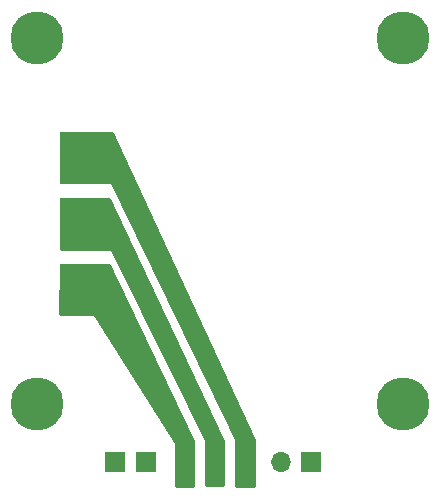
<source format=gbr>
G04 #@! TF.FileFunction,Soldermask,Bot*
%FSLAX46Y46*%
G04 Gerber Fmt 4.6, Leading zero omitted, Abs format (unit mm)*
G04 Created by KiCad (PCBNEW 4.0.6) date 05/31/18 20:17:05*
%MOMM*%
%LPD*%
G01*
G04 APERTURE LIST*
%ADD10C,0.100000*%
%ADD11C,4.500000*%
%ADD12R,1.700000X1.700000*%
%ADD13O,1.700000X1.700000*%
%ADD14R,2.150000X2.200000*%
%ADD15C,0.254000*%
G04 APERTURE END LIST*
D10*
D11*
X50000000Y-81000000D03*
X81000000Y-81000000D03*
X81000000Y-50000000D03*
D12*
X73200000Y-85900000D03*
D13*
X70660000Y-85900000D03*
D12*
X56600000Y-85900000D03*
X59200000Y-85900000D03*
X62500000Y-85900000D03*
X65040000Y-85900000D03*
X67580000Y-85900000D03*
D14*
X52958935Y-72400000D03*
X52958935Y-70200000D03*
X55108935Y-72400000D03*
X55108935Y-70200000D03*
X52945000Y-66800000D03*
X52945000Y-64600000D03*
X55095000Y-66800000D03*
X55095000Y-64600000D03*
X52958935Y-61195000D03*
X52958935Y-58995000D03*
X55108935Y-61195000D03*
X55108935Y-58995000D03*
D11*
X50000000Y-50000000D03*
D15*
G36*
X68373000Y-84027901D02*
X68373000Y-87873000D01*
X66827000Y-87873000D01*
X66827000Y-84000000D01*
X66814423Y-83944897D01*
X56364423Y-62244897D01*
X56333970Y-62204722D01*
X56290286Y-62179559D01*
X56250000Y-62173000D01*
X52027000Y-62173000D01*
X52027000Y-58027000D01*
X56368753Y-58027000D01*
X68373000Y-84027901D01*
X68373000Y-84027901D01*
G37*
X68373000Y-84027901D02*
X68373000Y-87873000D01*
X66827000Y-87873000D01*
X66827000Y-84000000D01*
X66814423Y-83944897D01*
X56364423Y-62244897D01*
X56333970Y-62204722D01*
X56290286Y-62179559D01*
X56250000Y-62173000D01*
X52027000Y-62173000D01*
X52027000Y-58027000D01*
X56368753Y-58027000D01*
X68373000Y-84027901D01*
G36*
X65773000Y-84078468D02*
X65773000Y-87823000D01*
X64277000Y-87823000D01*
X64277000Y-84050000D01*
X64264014Y-83994055D01*
X56364014Y-67894055D01*
X56333266Y-67854105D01*
X56289397Y-67829265D01*
X56250000Y-67823000D01*
X52027000Y-67823000D01*
X52027000Y-63627000D01*
X56119509Y-63627000D01*
X65773000Y-84078468D01*
X65773000Y-84078468D01*
G37*
X65773000Y-84078468D02*
X65773000Y-87823000D01*
X64277000Y-87823000D01*
X64277000Y-84050000D01*
X64264014Y-83994055D01*
X56364014Y-67894055D01*
X56333266Y-67854105D01*
X56289397Y-67829265D01*
X56250000Y-67823000D01*
X52027000Y-67823000D01*
X52027000Y-63627000D01*
X56119509Y-63627000D01*
X65773000Y-84078468D01*
G36*
X63223000Y-84078807D02*
X63223000Y-87873000D01*
X61777000Y-87873000D01*
X61777000Y-84350000D01*
X61757389Y-84282202D01*
X54907389Y-73432202D01*
X54872551Y-73395763D01*
X54826281Y-73375749D01*
X54800000Y-73373000D01*
X51978452Y-73373000D01*
X52025565Y-69227000D01*
X56119962Y-69227000D01*
X63223000Y-84078807D01*
X63223000Y-84078807D01*
G37*
X63223000Y-84078807D02*
X63223000Y-87873000D01*
X61777000Y-87873000D01*
X61777000Y-84350000D01*
X61757389Y-84282202D01*
X54907389Y-73432202D01*
X54872551Y-73395763D01*
X54826281Y-73375749D01*
X54800000Y-73373000D01*
X51978452Y-73373000D01*
X52025565Y-69227000D01*
X56119962Y-69227000D01*
X63223000Y-84078807D01*
M02*

</source>
